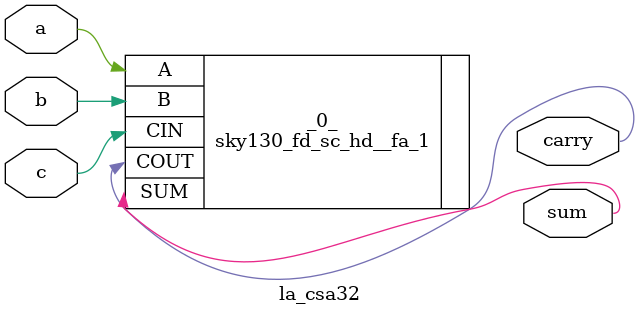
<source format=v>

/* Generated by Yosys 0.44 (git sha1 80ba43d26, g++ 11.4.0-1ubuntu1~22.04 -fPIC -O3) */

(* top =  1  *)
(* src = "generated" *)
module la_csa32 (
    a,
    b,
    c,
    sum,
    carry
);
  (* src = "generated" *)
  input a;
  wire a;
  (* src = "generated" *)
  input b;
  wire b;
  (* src = "generated" *)
  input c;
  wire c;
  (* src = "generated" *)
  output carry;
  wire carry;
  (* src = "generated" *)
  output sum;
  wire sum;
  (* module_not_derived = 32'b00000000000000000000000000000001 *) (* src = "generated" *)
  sky130_fd_sc_hd__fa_1 _0_ (
      .A(a),
      .B(b),
      .CIN(c),
      .COUT(carry),
      .SUM(sum)
  );
endmodule

</source>
